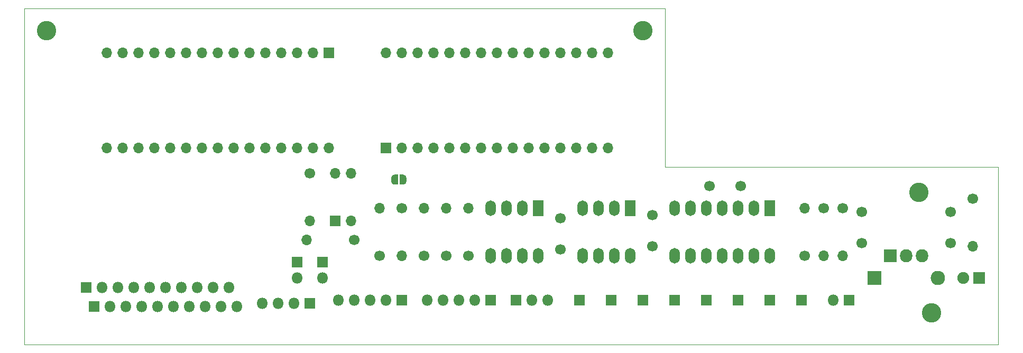
<source format=gbr>
%TF.GenerationSoftware,KiCad,Pcbnew,(5.1.6)-1*%
%TF.CreationDate,2020-09-07T22:38:35-04:00*%
%TF.ProjectId,FATARMATRIXPCBBOARD,46415441-524d-4415-9452-495850434242,rev?*%
%TF.SameCoordinates,Original*%
%TF.FileFunction,Soldermask,Top*%
%TF.FilePolarity,Negative*%
%FSLAX46Y46*%
G04 Gerber Fmt 4.6, Leading zero omitted, Abs format (unit mm)*
G04 Created by KiCad (PCBNEW (5.1.6)-1) date 2020-09-07 22:38:35*
%MOMM*%
%LPD*%
G01*
G04 APERTURE LIST*
%TA.AperFunction,Profile*%
%ADD10C,0.050000*%
%TD*%
%ADD11O,1.700000X1.700000*%
%ADD12R,1.700000X1.700000*%
%ADD13O,1.800000X1.800000*%
%ADD14R,1.800000X1.800000*%
%ADD15C,3.100000*%
%ADD16C,0.100000*%
%ADD17O,1.700000X2.500000*%
%ADD18R,1.700000X2.500000*%
%ADD19C,1.700000*%
%ADD20O,2.005000X2.100000*%
%ADD21R,2.005000X2.100000*%
%ADD22C,1.900000*%
%ADD23R,1.900000X1.900000*%
%ADD24O,2.300000X2.300000*%
%ADD25R,2.300000X2.300000*%
G04 APERTURE END LIST*
D10*
X57404000Y-111760000D02*
X57404000Y-165608000D01*
X160020000Y-111760000D02*
X57404000Y-111760000D01*
X160020000Y-114300000D02*
X160020000Y-111760000D01*
X160020000Y-137160000D02*
X160020000Y-114300000D01*
X213360000Y-137160000D02*
X160020000Y-137160000D01*
X213360000Y-165608000D02*
X213360000Y-137160000D01*
X57404000Y-165608000D02*
X213360000Y-165608000D01*
D11*
%TO.C,A2*%
X70612000Y-134112000D03*
X70612000Y-118872000D03*
X106172000Y-134112000D03*
X73152000Y-118872000D03*
X103632000Y-134112000D03*
X75692000Y-118872000D03*
X101092000Y-134112000D03*
X78232000Y-118872000D03*
X98552000Y-134112000D03*
X80772000Y-118872000D03*
X96012000Y-134112000D03*
X83312000Y-118872000D03*
X93472000Y-134112000D03*
X85852000Y-118872000D03*
X90932000Y-134112000D03*
X88392000Y-118872000D03*
X88392000Y-134112000D03*
X90932000Y-118872000D03*
X85852000Y-134112000D03*
X93472000Y-118872000D03*
X83312000Y-134112000D03*
X96012000Y-118872000D03*
X80772000Y-134112000D03*
X98552000Y-118872000D03*
X78232000Y-134112000D03*
X101092000Y-118872000D03*
X75692000Y-134112000D03*
X103632000Y-118872000D03*
X73152000Y-134112000D03*
D12*
X106172000Y-118872000D03*
%TD*%
D13*
%TO.C,J17*%
X105156000Y-154940000D03*
D14*
X105156000Y-152400000D03*
%TD*%
D13*
%TO.C,J16*%
X101092000Y-154940000D03*
D14*
X101092000Y-152400000D03*
%TD*%
D15*
%TO.C,H4*%
X60960000Y-115316000D03*
%TD*%
%TO.C,H3*%
X156464000Y-115316000D03*
%TD*%
%TO.C,H2*%
X202692000Y-160528000D03*
%TD*%
%TO.C,H1*%
X200660000Y-141224000D03*
%TD*%
D16*
%TO.C,JP1*%
G36*
X118004111Y-138392602D02*
G01*
X118022534Y-138392602D01*
X118027435Y-138392843D01*
X118076266Y-138397653D01*
X118081119Y-138398373D01*
X118129244Y-138407945D01*
X118134005Y-138409137D01*
X118180960Y-138423381D01*
X118185579Y-138425034D01*
X118230912Y-138443811D01*
X118235349Y-138445909D01*
X118278622Y-138469040D01*
X118282829Y-138471562D01*
X118323628Y-138498822D01*
X118327570Y-138501746D01*
X118365499Y-138532874D01*
X118369134Y-138536169D01*
X118403831Y-138570866D01*
X118407126Y-138574501D01*
X118438254Y-138612430D01*
X118441178Y-138616372D01*
X118468438Y-138657171D01*
X118470960Y-138661378D01*
X118494091Y-138704651D01*
X118496189Y-138709088D01*
X118514966Y-138754421D01*
X118516619Y-138759040D01*
X118530863Y-138805995D01*
X118532055Y-138810756D01*
X118541627Y-138858881D01*
X118542347Y-138863734D01*
X118547157Y-138912565D01*
X118547398Y-138917466D01*
X118547398Y-138935889D01*
X118548000Y-138942000D01*
X118548000Y-139442000D01*
X118547398Y-139448111D01*
X118547398Y-139466534D01*
X118547157Y-139471435D01*
X118542347Y-139520266D01*
X118541627Y-139525119D01*
X118532055Y-139573244D01*
X118530863Y-139578005D01*
X118516619Y-139624960D01*
X118514966Y-139629579D01*
X118496189Y-139674912D01*
X118494091Y-139679349D01*
X118470960Y-139722622D01*
X118468438Y-139726829D01*
X118441178Y-139767628D01*
X118438254Y-139771570D01*
X118407126Y-139809499D01*
X118403831Y-139813134D01*
X118369134Y-139847831D01*
X118365499Y-139851126D01*
X118327570Y-139882254D01*
X118323628Y-139885178D01*
X118282829Y-139912438D01*
X118278622Y-139914960D01*
X118235349Y-139938091D01*
X118230912Y-139940189D01*
X118185579Y-139958966D01*
X118180960Y-139960619D01*
X118134005Y-139974863D01*
X118129244Y-139976055D01*
X118081119Y-139985627D01*
X118076266Y-139986347D01*
X118027435Y-139991157D01*
X118022534Y-139991398D01*
X118004111Y-139991398D01*
X117998000Y-139992000D01*
X117498000Y-139992000D01*
X117488245Y-139991039D01*
X117478866Y-139988194D01*
X117470221Y-139983573D01*
X117462645Y-139977355D01*
X117456427Y-139969779D01*
X117451806Y-139961134D01*
X117448961Y-139951755D01*
X117448000Y-139942000D01*
X117448000Y-138442000D01*
X117448961Y-138432245D01*
X117451806Y-138422866D01*
X117456427Y-138414221D01*
X117462645Y-138406645D01*
X117470221Y-138400427D01*
X117478866Y-138395806D01*
X117488245Y-138392961D01*
X117498000Y-138392000D01*
X117998000Y-138392000D01*
X118004111Y-138392602D01*
G37*
G36*
X117207755Y-138392961D02*
G01*
X117217134Y-138395806D01*
X117225779Y-138400427D01*
X117233355Y-138406645D01*
X117239573Y-138414221D01*
X117244194Y-138422866D01*
X117247039Y-138432245D01*
X117248000Y-138442000D01*
X117248000Y-139942000D01*
X117247039Y-139951755D01*
X117244194Y-139961134D01*
X117239573Y-139969779D01*
X117233355Y-139977355D01*
X117225779Y-139983573D01*
X117217134Y-139988194D01*
X117207755Y-139991039D01*
X117198000Y-139992000D01*
X116698000Y-139992000D01*
X116691889Y-139991398D01*
X116673466Y-139991398D01*
X116668565Y-139991157D01*
X116619734Y-139986347D01*
X116614881Y-139985627D01*
X116566756Y-139976055D01*
X116561995Y-139974863D01*
X116515040Y-139960619D01*
X116510421Y-139958966D01*
X116465088Y-139940189D01*
X116460651Y-139938091D01*
X116417378Y-139914960D01*
X116413171Y-139912438D01*
X116372372Y-139885178D01*
X116368430Y-139882254D01*
X116330501Y-139851126D01*
X116326866Y-139847831D01*
X116292169Y-139813134D01*
X116288874Y-139809499D01*
X116257746Y-139771570D01*
X116254822Y-139767628D01*
X116227562Y-139726829D01*
X116225040Y-139722622D01*
X116201909Y-139679349D01*
X116199811Y-139674912D01*
X116181034Y-139629579D01*
X116179381Y-139624960D01*
X116165137Y-139578005D01*
X116163945Y-139573244D01*
X116154373Y-139525119D01*
X116153653Y-139520266D01*
X116148843Y-139471435D01*
X116148602Y-139466534D01*
X116148602Y-139448111D01*
X116148000Y-139442000D01*
X116148000Y-138942000D01*
X116148602Y-138935889D01*
X116148602Y-138917466D01*
X116148843Y-138912565D01*
X116153653Y-138863734D01*
X116154373Y-138858881D01*
X116163945Y-138810756D01*
X116165137Y-138805995D01*
X116179381Y-138759040D01*
X116181034Y-138754421D01*
X116199811Y-138709088D01*
X116201909Y-138704651D01*
X116225040Y-138661378D01*
X116227562Y-138657171D01*
X116254822Y-138616372D01*
X116257746Y-138612430D01*
X116288874Y-138574501D01*
X116292169Y-138570866D01*
X116326866Y-138536169D01*
X116330501Y-138532874D01*
X116368430Y-138501746D01*
X116372372Y-138498822D01*
X116413171Y-138471562D01*
X116417378Y-138469040D01*
X116460651Y-138445909D01*
X116465088Y-138443811D01*
X116510421Y-138425034D01*
X116515040Y-138423381D01*
X116561995Y-138409137D01*
X116566756Y-138407945D01*
X116614881Y-138398373D01*
X116619734Y-138397653D01*
X116668565Y-138392843D01*
X116673466Y-138392602D01*
X116691889Y-138392602D01*
X116698000Y-138392000D01*
X117198000Y-138392000D01*
X117207755Y-138392961D01*
G37*
%TD*%
D14*
%TO.C,J15*%
X181864000Y-158496000D03*
%TD*%
%TO.C,J12*%
X166624000Y-158496000D03*
%TD*%
%TO.C,J11*%
X171704000Y-158496000D03*
%TD*%
%TO.C,J10*%
X161544000Y-158496000D03*
%TD*%
%TO.C,J9*%
X176784000Y-158496000D03*
%TD*%
%TO.C,J8*%
X156464000Y-158496000D03*
%TD*%
%TO.C,J7*%
X151384000Y-158496000D03*
%TD*%
%TO.C,J6*%
X146304000Y-158496000D03*
%TD*%
D13*
%TO.C,J14*%
X91440000Y-159512000D03*
X88900000Y-159512000D03*
X86360000Y-159512000D03*
X83820000Y-159512000D03*
X81280000Y-159512000D03*
X78740000Y-159512000D03*
X76200000Y-159512000D03*
X73660000Y-159512000D03*
X71120000Y-159512000D03*
D14*
X68580000Y-159512000D03*
%TD*%
D13*
%TO.C,J2*%
X90170000Y-156464000D03*
X87630000Y-156464000D03*
X85090000Y-156464000D03*
X82550000Y-156464000D03*
X80010000Y-156464000D03*
X77470000Y-156464000D03*
X74930000Y-156464000D03*
X72390000Y-156464000D03*
X69850000Y-156464000D03*
D14*
X67310000Y-156464000D03*
%TD*%
D11*
%TO.C,A1*%
X150876000Y-118872000D03*
X150876000Y-134112000D03*
X115316000Y-118872000D03*
X148336000Y-134112000D03*
X117856000Y-118872000D03*
X145796000Y-134112000D03*
X120396000Y-118872000D03*
X143256000Y-134112000D03*
X122936000Y-118872000D03*
X140716000Y-134112000D03*
X125476000Y-118872000D03*
X138176000Y-134112000D03*
X128016000Y-118872000D03*
X135636000Y-134112000D03*
X130556000Y-118872000D03*
X133096000Y-134112000D03*
X133096000Y-118872000D03*
X130556000Y-134112000D03*
X135636000Y-118872000D03*
X128016000Y-134112000D03*
X138176000Y-118872000D03*
X125476000Y-134112000D03*
X140716000Y-118872000D03*
X122936000Y-134112000D03*
X143256000Y-118872000D03*
X120396000Y-134112000D03*
X145796000Y-118872000D03*
X117856000Y-134112000D03*
X148336000Y-118872000D03*
D12*
X115316000Y-134112000D03*
%TD*%
D17*
%TO.C,U1*%
X154432000Y-151384000D03*
X146812000Y-143764000D03*
X151892000Y-151384000D03*
X149352000Y-143764000D03*
X149352000Y-151384000D03*
X151892000Y-143764000D03*
X146812000Y-151384000D03*
D18*
X154432000Y-143764000D03*
%TD*%
D17*
%TO.C,U4*%
X176784000Y-151384000D03*
X161544000Y-143764000D03*
X174244000Y-151384000D03*
X164084000Y-143764000D03*
X171704000Y-151384000D03*
X166624000Y-143764000D03*
X169164000Y-151384000D03*
X169164000Y-143764000D03*
X166624000Y-151384000D03*
X171704000Y-143764000D03*
X164084000Y-151384000D03*
X174244000Y-143764000D03*
X161544000Y-151384000D03*
D18*
X176784000Y-143764000D03*
%TD*%
D11*
%TO.C,R8*%
X182372000Y-143764000D03*
D19*
X182372000Y-151384000D03*
%TD*%
%TO.C,C5*%
X172132000Y-140208000D03*
X167132000Y-140208000D03*
%TD*%
D20*
%TO.C,U6*%
X201168000Y-151384000D03*
X198628000Y-151384000D03*
D21*
X196088000Y-151384000D03*
%TD*%
D11*
%TO.C,U3*%
X107188000Y-138176000D03*
X109728000Y-145796000D03*
X109728000Y-138176000D03*
D12*
X107188000Y-145796000D03*
%TD*%
D17*
%TO.C,U2*%
X139700000Y-151384000D03*
X132080000Y-143764000D03*
X137160000Y-151384000D03*
X134620000Y-143764000D03*
X134620000Y-151384000D03*
X137160000Y-143764000D03*
X132080000Y-151384000D03*
D18*
X139700000Y-143764000D03*
%TD*%
D11*
%TO.C,R11*%
X209296000Y-149860000D03*
D19*
X209296000Y-142240000D03*
%TD*%
D11*
%TO.C,R10*%
X117856000Y-151384000D03*
D19*
X117856000Y-143764000D03*
%TD*%
D11*
%TO.C,R9*%
X114300000Y-143764000D03*
D19*
X114300000Y-151384000D03*
%TD*%
D11*
%TO.C,R7*%
X185420000Y-151384000D03*
D19*
X185420000Y-143764000D03*
%TD*%
D11*
%TO.C,R6*%
X188468000Y-151384000D03*
D19*
X188468000Y-143764000D03*
%TD*%
D11*
%TO.C,R5*%
X103124000Y-145796000D03*
D19*
X103124000Y-138176000D03*
%TD*%
D11*
%TO.C,R4*%
X121412000Y-143764000D03*
D19*
X121412000Y-151384000D03*
%TD*%
D11*
%TO.C,R3*%
X124968000Y-143764000D03*
D19*
X124968000Y-151384000D03*
%TD*%
D11*
%TO.C,R2*%
X128524000Y-143764000D03*
D19*
X128524000Y-151384000D03*
%TD*%
D11*
%TO.C,R1*%
X102616000Y-148844000D03*
D19*
X110236000Y-148844000D03*
%TD*%
D13*
%TO.C,J13*%
X95504000Y-159004000D03*
X98044000Y-159004000D03*
X100584000Y-159004000D03*
D14*
X103124000Y-159004000D03*
%TD*%
D13*
%TO.C,J5*%
X186944000Y-158496000D03*
D14*
X189484000Y-158496000D03*
%TD*%
D13*
%TO.C,J4*%
X121920000Y-158496000D03*
X124460000Y-158496000D03*
X127000000Y-158496000D03*
X129540000Y-158496000D03*
D14*
X132080000Y-158496000D03*
%TD*%
D13*
%TO.C,J3*%
X141224000Y-158496000D03*
X138684000Y-158496000D03*
D14*
X136144000Y-158496000D03*
%TD*%
D13*
%TO.C,J1*%
X107696000Y-158496000D03*
X110236000Y-158496000D03*
X112776000Y-158496000D03*
X115316000Y-158496000D03*
D14*
X117856000Y-158496000D03*
%TD*%
D22*
%TO.C,D3*%
X207772000Y-154940000D03*
D23*
X210312000Y-154940000D03*
%TD*%
D24*
%TO.C,D2*%
X203708000Y-154940000D03*
D25*
X193548000Y-154940000D03*
%TD*%
D19*
%TO.C,C4*%
X205740000Y-144352000D03*
X205740000Y-149352000D03*
%TD*%
%TO.C,C3*%
X191516000Y-144352000D03*
X191516000Y-149352000D03*
%TD*%
%TO.C,C2*%
X143256000Y-150368000D03*
X143256000Y-145368000D03*
%TD*%
%TO.C,C1*%
X157988000Y-144860000D03*
X157988000Y-149860000D03*
%TD*%
M02*

</source>
